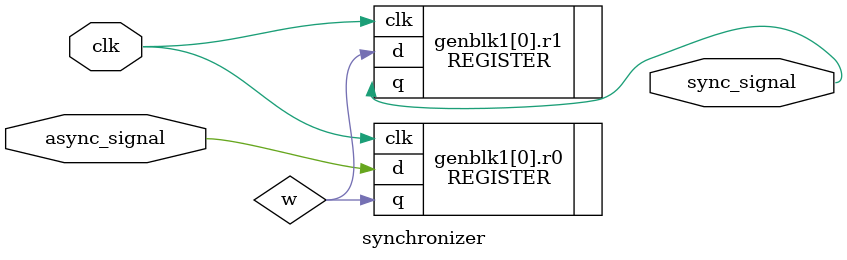
<source format=v>
`include "../../lib/EECS151.v"

module synchronizer #(parameter WIDTH = 1) (
    input [WIDTH-1:0] async_signal,
    input clk,
    output [WIDTH-1:0] sync_signal
);
	    // TODO: Create your 2 flip-flop synchronizer here
	    // This module takes in a vector of WIDTH-bit asynchronous
      // (from different clock domain or not clocked, such as button press) signals
	    // and should output a vector of WIDTH-bit synchronous signals
      // that are synchronized to the input clk

	wire [WIDTH-1:0] w;
    genvar i;
    
    generate
        for (i=0; i<WIDTH; i=i+1) begin
            REGISTER r0 (.q(w[0]), .d(async_signal[i]), .clk(clk));
            REGISTER r1 (.q(sync_signal[i]), .d(w[0]), .clk(clk));
        end
    endgenerate


endmodule

</source>
